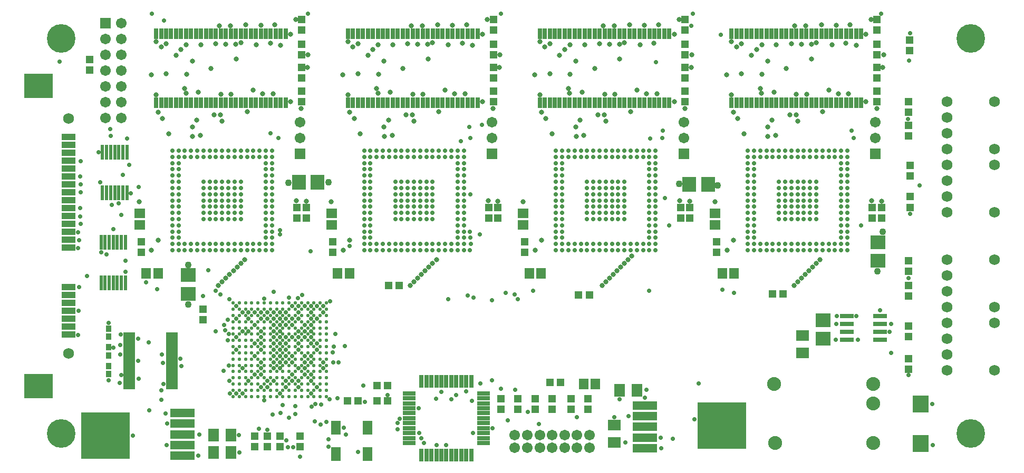
<source format=gts>
%FSLAX24Y24*%
%MOIN*%
G70*
G01*
G75*
G04 Layer_Color=8388736*
G04 Layer_Color=8388736*
%ADD10R,0.0394X0.0433*%
%ADD11C,0.0197*%
%ADD12C,0.0177*%
%ADD13R,0.0433X0.0394*%
%ADD14R,0.0669X0.0177*%
%ADD15R,0.0669X0.0177*%
%ADD16R,0.0197X0.0591*%
%ADD17R,0.0630X0.0512*%
%ADD18R,0.3000X0.2900*%
%ADD19R,0.1500X0.0500*%
%ADD20R,0.0630X0.0709*%
%ADD21R,0.0866X0.0787*%
%ADD22R,0.0787X0.0866*%
%ADD23R,0.0945X0.1024*%
%ADD24R,0.0709X0.0630*%
%ADD25R,0.0748X0.0197*%
%ADD26R,0.0197X0.0748*%
%ADD27R,0.0551X0.0787*%
%ADD28R,0.1732X0.1441*%
%ADD29R,0.0827X0.0354*%
%ADD30R,0.0827X0.0354*%
%ADD31R,0.0276X0.0354*%
%ADD32R,0.0512X0.0630*%
%ADD33R,0.0807X0.0236*%
%ADD34R,0.0157X0.0846*%
%ADD35C,0.0090*%
%ADD36C,0.0070*%
%ADD37C,0.0060*%
%ADD38C,0.0160*%
%ADD39C,0.0120*%
%ADD40C,0.0100*%
%ADD41C,0.0080*%
%ADD42C,0.0300*%
%ADD43C,0.0250*%
%ADD44R,0.0591X0.0591*%
%ADD45C,0.0591*%
%ADD46C,0.0800*%
%ADD47C,0.0600*%
%ADD48C,0.1732*%
%ADD49C,0.1732*%
%ADD50C,0.0200*%
%ADD51C,0.0400*%
%ADD52C,0.0212*%
%ADD53C,0.0240*%
%ADD54C,0.0350*%
%ADD55R,0.0354X0.0276*%
%ADD56C,0.0140*%
%ADD57C,0.0098*%
%ADD58C,0.0079*%
%ADD59C,0.0200*%
%ADD60C,0.0050*%
%ADD61R,0.0474X0.0513*%
%ADD62C,0.0277*%
%ADD63C,0.0217*%
%ADD64R,0.0513X0.0474*%
%ADD65R,0.0749X0.0257*%
%ADD66R,0.0749X0.0257*%
%ADD67R,0.0277X0.0671*%
%ADD68R,0.0710X0.0592*%
%ADD69R,0.3080X0.2980*%
%ADD70R,0.1580X0.0580*%
%ADD71R,0.0710X0.0789*%
%ADD72R,0.0946X0.0867*%
%ADD73R,0.0867X0.0946*%
%ADD74R,0.1025X0.1104*%
%ADD75R,0.0789X0.0710*%
%ADD76R,0.0828X0.0277*%
%ADD77R,0.0277X0.0828*%
%ADD78R,0.0631X0.0867*%
%ADD79R,0.1812X0.1521*%
%ADD80R,0.0907X0.0434*%
%ADD81R,0.0907X0.0434*%
%ADD82R,0.0356X0.0434*%
%ADD83R,0.0592X0.0710*%
%ADD84R,0.0887X0.0316*%
%ADD85R,0.0237X0.0926*%
%ADD86R,0.0671X0.0671*%
%ADD87C,0.0671*%
%ADD88C,0.0880*%
%ADD89C,0.0680*%
%ADD90C,0.1812*%
%ADD91C,0.1812*%
%ADD92C,0.0280*%
%ADD93C,0.0480*%
%ADD94C,0.0292*%
%ADD95C,0.0320*%
%ADD96C,0.0430*%
D61*
X76142Y57382D02*
D03*
Y56713D02*
D03*
X31457Y40374D02*
D03*
Y39705D02*
D03*
X24291Y55492D02*
D03*
Y56161D02*
D03*
X73780Y46122D02*
D03*
Y46791D02*
D03*
X74075Y53504D02*
D03*
Y54173D02*
D03*
Y54980D02*
D03*
Y55650D02*
D03*
Y56457D02*
D03*
Y57126D02*
D03*
Y58032D02*
D03*
Y58701D02*
D03*
X63937Y43957D02*
D03*
Y44626D02*
D03*
X74370Y46791D02*
D03*
Y46122D02*
D03*
X61654Y46122D02*
D03*
Y46791D02*
D03*
X61949Y53504D02*
D03*
Y54173D02*
D03*
Y54980D02*
D03*
Y55650D02*
D03*
Y56457D02*
D03*
Y57126D02*
D03*
Y58032D02*
D03*
Y58701D02*
D03*
X51811Y43957D02*
D03*
Y44626D02*
D03*
X62244Y46791D02*
D03*
Y46122D02*
D03*
X37402Y46122D02*
D03*
Y46791D02*
D03*
X37697Y53504D02*
D03*
Y54173D02*
D03*
Y54980D02*
D03*
Y55650D02*
D03*
Y56457D02*
D03*
Y57126D02*
D03*
Y58032D02*
D03*
Y58701D02*
D03*
X27559Y43957D02*
D03*
Y44626D02*
D03*
X37992Y46791D02*
D03*
Y46122D02*
D03*
X53543Y34685D02*
D03*
Y34016D02*
D03*
X54724Y34016D02*
D03*
Y34685D02*
D03*
X51378Y34685D02*
D03*
Y34016D02*
D03*
X52461Y34685D02*
D03*
Y34016D02*
D03*
X50295Y34016D02*
D03*
Y34685D02*
D03*
X55807Y34685D02*
D03*
Y34016D02*
D03*
X34744Y32323D02*
D03*
Y31654D02*
D03*
X35531Y32323D02*
D03*
Y31654D02*
D03*
X36319Y32323D02*
D03*
Y31654D02*
D03*
X37598Y32323D02*
D03*
Y31654D02*
D03*
X50118Y46122D02*
D03*
Y46791D02*
D03*
X39685Y44626D02*
D03*
Y43957D02*
D03*
X49823Y58701D02*
D03*
Y58032D02*
D03*
Y57126D02*
D03*
Y56457D02*
D03*
Y55650D02*
D03*
Y54980D02*
D03*
Y54173D02*
D03*
Y53504D02*
D03*
X49528Y46791D02*
D03*
Y46122D02*
D03*
X76083Y37244D02*
D03*
Y36575D02*
D03*
Y39311D02*
D03*
Y38642D02*
D03*
X76181Y47480D02*
D03*
Y46811D02*
D03*
Y49449D02*
D03*
Y48780D02*
D03*
X76083Y41870D02*
D03*
Y41201D02*
D03*
Y42776D02*
D03*
Y43445D02*
D03*
Y52008D02*
D03*
Y51339D02*
D03*
Y52815D02*
D03*
Y53484D02*
D03*
D62*
X35827Y44094D02*
D03*
X35433D02*
D03*
X35039D02*
D03*
X34646D02*
D03*
X34252D02*
D03*
X33858D02*
D03*
X33465D02*
D03*
X33071D02*
D03*
X32677D02*
D03*
X32283D02*
D03*
X31890D02*
D03*
X31496D02*
D03*
X31102D02*
D03*
X30709D02*
D03*
X30315D02*
D03*
X29921D02*
D03*
X29528D02*
D03*
X35827Y44488D02*
D03*
X35433D02*
D03*
X35039D02*
D03*
X34646D02*
D03*
X34252D02*
D03*
X33858D02*
D03*
X33465D02*
D03*
X33071D02*
D03*
X32677D02*
D03*
X32283D02*
D03*
X31890D02*
D03*
X31496D02*
D03*
X31102D02*
D03*
X30709D02*
D03*
X30315D02*
D03*
X29921D02*
D03*
X29528D02*
D03*
X35827Y44882D02*
D03*
X35433D02*
D03*
X29921D02*
D03*
X29528D02*
D03*
X35827Y45276D02*
D03*
X35433D02*
D03*
X29921D02*
D03*
X29528D02*
D03*
X35827Y45669D02*
D03*
X35433D02*
D03*
X29921D02*
D03*
X29528D02*
D03*
X35827Y46063D02*
D03*
X35433D02*
D03*
X29921D02*
D03*
X29528D02*
D03*
X35827Y46457D02*
D03*
X35433D02*
D03*
X29921D02*
D03*
X29528D02*
D03*
X35827Y46850D02*
D03*
X35433D02*
D03*
X29921D02*
D03*
X29528D02*
D03*
X35827Y47244D02*
D03*
X35433D02*
D03*
X29921D02*
D03*
X29528D02*
D03*
X35827Y47638D02*
D03*
X35433D02*
D03*
X29921D02*
D03*
X29528D02*
D03*
X35827Y48031D02*
D03*
X35433D02*
D03*
X29921D02*
D03*
X29528D02*
D03*
X35827Y48425D02*
D03*
X35433D02*
D03*
X29921D02*
D03*
X29528D02*
D03*
X35827Y48819D02*
D03*
X35433D02*
D03*
X29921D02*
D03*
X29528D02*
D03*
X35827Y49213D02*
D03*
X35433D02*
D03*
X29921D02*
D03*
X29528D02*
D03*
X35827Y49606D02*
D03*
X35433D02*
D03*
X29921D02*
D03*
X29528D02*
D03*
X35827Y50000D02*
D03*
X35433D02*
D03*
X35039D02*
D03*
X34646D02*
D03*
X34252D02*
D03*
X33858D02*
D03*
X33465D02*
D03*
X33071D02*
D03*
X32677D02*
D03*
X32283D02*
D03*
X31890D02*
D03*
X31496D02*
D03*
X31102D02*
D03*
X30709D02*
D03*
X30315D02*
D03*
X29921D02*
D03*
X29528D02*
D03*
X35827Y50394D02*
D03*
X35433D02*
D03*
X35039D02*
D03*
X34646D02*
D03*
X34252D02*
D03*
X33858D02*
D03*
X33465D02*
D03*
X33071D02*
D03*
X32677D02*
D03*
X32283D02*
D03*
X31890D02*
D03*
X31496D02*
D03*
X31102D02*
D03*
X30709D02*
D03*
X30315D02*
D03*
X29921D02*
D03*
X29528D02*
D03*
X31496Y48425D02*
D03*
X31890D02*
D03*
X32283D02*
D03*
X32677D02*
D03*
X33071D02*
D03*
X33465D02*
D03*
X33858D02*
D03*
X31496Y48031D02*
D03*
X31890D02*
D03*
X32283D02*
D03*
X32677D02*
D03*
X33071D02*
D03*
X33465D02*
D03*
X33858D02*
D03*
X31496Y47638D02*
D03*
X31890D02*
D03*
X32283D02*
D03*
X32677D02*
D03*
X33071D02*
D03*
X33465D02*
D03*
X33858D02*
D03*
X31496Y47244D02*
D03*
X31890D02*
D03*
X32283D02*
D03*
X32677D02*
D03*
X33071D02*
D03*
X33465D02*
D03*
X33858D02*
D03*
X31496Y46850D02*
D03*
X31890D02*
D03*
X32283D02*
D03*
X32677D02*
D03*
X33071D02*
D03*
X33465D02*
D03*
X33858D02*
D03*
X31496Y46457D02*
D03*
X31890D02*
D03*
X32283D02*
D03*
X32677D02*
D03*
X33071D02*
D03*
X33465D02*
D03*
X33858D02*
D03*
X31496Y46063D02*
D03*
X31890D02*
D03*
X32283D02*
D03*
X32677D02*
D03*
X33071D02*
D03*
X33465D02*
D03*
X33858D02*
D03*
X70236D02*
D03*
X69843D02*
D03*
X69449D02*
D03*
X69055D02*
D03*
X68661D02*
D03*
X68268D02*
D03*
X67874D02*
D03*
X70236Y46457D02*
D03*
X69843D02*
D03*
X69449D02*
D03*
X69055D02*
D03*
X68661D02*
D03*
X68268D02*
D03*
X67874D02*
D03*
X70236Y46850D02*
D03*
X69843D02*
D03*
X69449D02*
D03*
X69055D02*
D03*
X68661D02*
D03*
X68268D02*
D03*
X67874D02*
D03*
X70236Y47244D02*
D03*
X69843D02*
D03*
X69449D02*
D03*
X69055D02*
D03*
X68661D02*
D03*
X68268D02*
D03*
X67874D02*
D03*
X70236Y47638D02*
D03*
X69843D02*
D03*
X69449D02*
D03*
X69055D02*
D03*
X68661D02*
D03*
X68268D02*
D03*
X67874D02*
D03*
X70236Y48031D02*
D03*
X69843D02*
D03*
X69449D02*
D03*
X69055D02*
D03*
X68661D02*
D03*
X68268D02*
D03*
X67874D02*
D03*
X70236Y48425D02*
D03*
X69843D02*
D03*
X69449D02*
D03*
X69055D02*
D03*
X68661D02*
D03*
X68268D02*
D03*
X67874D02*
D03*
X65905Y50394D02*
D03*
X66299D02*
D03*
X66693D02*
D03*
X67087D02*
D03*
X67480D02*
D03*
X67874D02*
D03*
X68268D02*
D03*
X68661D02*
D03*
X69055D02*
D03*
X69449D02*
D03*
X69843D02*
D03*
X70236D02*
D03*
X70630D02*
D03*
X71024D02*
D03*
X71417D02*
D03*
X71811D02*
D03*
X72205D02*
D03*
X65905Y50000D02*
D03*
X66299D02*
D03*
X66693D02*
D03*
X67087D02*
D03*
X67480D02*
D03*
X67874D02*
D03*
X68268D02*
D03*
X68661D02*
D03*
X69055D02*
D03*
X69449D02*
D03*
X69843D02*
D03*
X70236D02*
D03*
X70630D02*
D03*
X71024D02*
D03*
X71417D02*
D03*
X71811D02*
D03*
X72205D02*
D03*
X65905Y49606D02*
D03*
X66299D02*
D03*
X71811D02*
D03*
X72205D02*
D03*
X65905Y49213D02*
D03*
X66299D02*
D03*
X71811D02*
D03*
X72205D02*
D03*
X65905Y48819D02*
D03*
X66299D02*
D03*
X71811D02*
D03*
X72205D02*
D03*
X65905Y48425D02*
D03*
X66299D02*
D03*
X71811D02*
D03*
X72205D02*
D03*
X65905Y48031D02*
D03*
X66299D02*
D03*
X71811D02*
D03*
X72205D02*
D03*
X65905Y47638D02*
D03*
X66299D02*
D03*
X71811D02*
D03*
X72205D02*
D03*
X65905Y47244D02*
D03*
X66299D02*
D03*
X71811D02*
D03*
X72205D02*
D03*
X65905Y46850D02*
D03*
X66299D02*
D03*
X71811D02*
D03*
X72205D02*
D03*
X65905Y46457D02*
D03*
X66299D02*
D03*
X71811D02*
D03*
X72205D02*
D03*
X65905Y46063D02*
D03*
X66299D02*
D03*
X71811D02*
D03*
X72205D02*
D03*
X65905Y45669D02*
D03*
X66299D02*
D03*
X71811D02*
D03*
X72205D02*
D03*
X65905Y45276D02*
D03*
X66299D02*
D03*
X71811D02*
D03*
X72205D02*
D03*
X65905Y44882D02*
D03*
X66299D02*
D03*
X71811D02*
D03*
X72205D02*
D03*
X65905Y44488D02*
D03*
X66299D02*
D03*
X66693D02*
D03*
X67087D02*
D03*
X67480D02*
D03*
X67874D02*
D03*
X68268D02*
D03*
X68661D02*
D03*
X69055D02*
D03*
X69449D02*
D03*
X69843D02*
D03*
X70236D02*
D03*
X70630D02*
D03*
X71024D02*
D03*
X71417D02*
D03*
X71811D02*
D03*
X72205D02*
D03*
X65905Y44094D02*
D03*
X66299D02*
D03*
X66693D02*
D03*
X67087D02*
D03*
X67480D02*
D03*
X67874D02*
D03*
X68268D02*
D03*
X68661D02*
D03*
X69055D02*
D03*
X69449D02*
D03*
X69843D02*
D03*
X70236D02*
D03*
X70630D02*
D03*
X71024D02*
D03*
X71417D02*
D03*
X71811D02*
D03*
X72205D02*
D03*
X58110Y46063D02*
D03*
X57717D02*
D03*
X57323D02*
D03*
X56929D02*
D03*
X56535D02*
D03*
X56142D02*
D03*
X55748D02*
D03*
X58110Y46457D02*
D03*
X57717D02*
D03*
X57323D02*
D03*
X56929D02*
D03*
X56535D02*
D03*
X56142D02*
D03*
X55748D02*
D03*
X58110Y46850D02*
D03*
X57717D02*
D03*
X57323D02*
D03*
X56929D02*
D03*
X56535D02*
D03*
X56142D02*
D03*
X55748D02*
D03*
X58110Y47244D02*
D03*
X57717D02*
D03*
X57323D02*
D03*
X56929D02*
D03*
X56535D02*
D03*
X56142D02*
D03*
X55748D02*
D03*
X58110Y47638D02*
D03*
X57717D02*
D03*
X57323D02*
D03*
X56929D02*
D03*
X56535D02*
D03*
X56142D02*
D03*
X55748D02*
D03*
X58110Y48031D02*
D03*
X57717D02*
D03*
X57323D02*
D03*
X56929D02*
D03*
X56535D02*
D03*
X56142D02*
D03*
X55748D02*
D03*
X58110Y48425D02*
D03*
X57717D02*
D03*
X57323D02*
D03*
X56929D02*
D03*
X56535D02*
D03*
X56142D02*
D03*
X55748D02*
D03*
X53780Y50394D02*
D03*
X54173D02*
D03*
X54567D02*
D03*
X54961D02*
D03*
X55354D02*
D03*
X55748D02*
D03*
X56142D02*
D03*
X56535D02*
D03*
X56929D02*
D03*
X57323D02*
D03*
X57717D02*
D03*
X58110D02*
D03*
X58504D02*
D03*
X58898D02*
D03*
X59291D02*
D03*
X59685D02*
D03*
X60079D02*
D03*
X53780Y50000D02*
D03*
X54173D02*
D03*
X54567D02*
D03*
X54961D02*
D03*
X55354D02*
D03*
X55748D02*
D03*
X56142D02*
D03*
X56535D02*
D03*
X56929D02*
D03*
X57323D02*
D03*
X57717D02*
D03*
X58110D02*
D03*
X58504D02*
D03*
X58898D02*
D03*
X59291D02*
D03*
X59685D02*
D03*
X60079D02*
D03*
X53780Y49606D02*
D03*
X54173D02*
D03*
X59685D02*
D03*
X60079D02*
D03*
X53780Y49213D02*
D03*
X54173D02*
D03*
X59685D02*
D03*
X60079D02*
D03*
X53780Y48819D02*
D03*
X54173D02*
D03*
X59685D02*
D03*
X60079D02*
D03*
X53780Y48425D02*
D03*
X54173D02*
D03*
X59685D02*
D03*
X60079D02*
D03*
X53780Y48031D02*
D03*
X54173D02*
D03*
X59685D02*
D03*
X60079D02*
D03*
X53780Y47638D02*
D03*
X54173D02*
D03*
X59685D02*
D03*
X60079D02*
D03*
X53780Y47244D02*
D03*
X54173D02*
D03*
X59685D02*
D03*
X60079D02*
D03*
X53780Y46850D02*
D03*
X54173D02*
D03*
X59685D02*
D03*
X60079D02*
D03*
X53780Y46457D02*
D03*
X54173D02*
D03*
X59685D02*
D03*
X60079D02*
D03*
X53780Y46063D02*
D03*
X54173D02*
D03*
X59685D02*
D03*
X60079D02*
D03*
X53780Y45669D02*
D03*
X54173D02*
D03*
X59685D02*
D03*
X60079D02*
D03*
X53780Y45276D02*
D03*
X54173D02*
D03*
X59685D02*
D03*
X60079D02*
D03*
X53780Y44882D02*
D03*
X54173D02*
D03*
X59685D02*
D03*
X60079D02*
D03*
X53780Y44488D02*
D03*
X54173D02*
D03*
X54567D02*
D03*
X54961D02*
D03*
X55354D02*
D03*
X55748D02*
D03*
X56142D02*
D03*
X56535D02*
D03*
X56929D02*
D03*
X57323D02*
D03*
X57717D02*
D03*
X58110D02*
D03*
X58504D02*
D03*
X58898D02*
D03*
X59291D02*
D03*
X59685D02*
D03*
X60079D02*
D03*
X53780Y44094D02*
D03*
X54173D02*
D03*
X54567D02*
D03*
X54961D02*
D03*
X55354D02*
D03*
X55748D02*
D03*
X56142D02*
D03*
X56535D02*
D03*
X56929D02*
D03*
X57323D02*
D03*
X57717D02*
D03*
X58110D02*
D03*
X58504D02*
D03*
X58898D02*
D03*
X59291D02*
D03*
X59685D02*
D03*
X60079D02*
D03*
X47953D02*
D03*
X47559D02*
D03*
X47165D02*
D03*
X46772D02*
D03*
X46378D02*
D03*
X45984D02*
D03*
X45591D02*
D03*
X45197D02*
D03*
X44803D02*
D03*
X44409D02*
D03*
X44016D02*
D03*
X43622D02*
D03*
X43228D02*
D03*
X42835D02*
D03*
X42441D02*
D03*
X42047D02*
D03*
X41654D02*
D03*
X47953Y44488D02*
D03*
X47559D02*
D03*
X47165D02*
D03*
X46772D02*
D03*
X46378D02*
D03*
X45984D02*
D03*
X45591D02*
D03*
X45197D02*
D03*
X44803D02*
D03*
X44409D02*
D03*
X44016D02*
D03*
X43622D02*
D03*
X43228D02*
D03*
X42835D02*
D03*
X42441D02*
D03*
X42047D02*
D03*
X41654D02*
D03*
X47953Y44882D02*
D03*
X47559D02*
D03*
X42047D02*
D03*
X41654D02*
D03*
X47953Y45276D02*
D03*
X47559D02*
D03*
X42047D02*
D03*
X41654D02*
D03*
X47953Y45669D02*
D03*
X47559D02*
D03*
X42047D02*
D03*
X41654D02*
D03*
X47953Y46063D02*
D03*
X47559D02*
D03*
X42047D02*
D03*
X41654D02*
D03*
X47953Y46457D02*
D03*
X47559D02*
D03*
X42047D02*
D03*
X41654D02*
D03*
X47953Y46850D02*
D03*
X47559D02*
D03*
X42047D02*
D03*
X41654D02*
D03*
X47953Y47244D02*
D03*
X47559D02*
D03*
X42047D02*
D03*
X41654D02*
D03*
X47953Y47638D02*
D03*
X47559D02*
D03*
X42047D02*
D03*
X41654D02*
D03*
X47953Y48031D02*
D03*
X47559D02*
D03*
X42047D02*
D03*
X41654D02*
D03*
X47953Y48425D02*
D03*
X47559D02*
D03*
X42047D02*
D03*
X41654D02*
D03*
X47953Y48819D02*
D03*
X47559D02*
D03*
X42047D02*
D03*
X41654D02*
D03*
X47953Y49213D02*
D03*
X47559D02*
D03*
X42047D02*
D03*
X41654D02*
D03*
X47953Y49606D02*
D03*
X47559D02*
D03*
X42047D02*
D03*
X41654D02*
D03*
X47953Y50000D02*
D03*
X47559D02*
D03*
X47165D02*
D03*
X46772D02*
D03*
X46378D02*
D03*
X45984D02*
D03*
X45591D02*
D03*
X45197D02*
D03*
X44803D02*
D03*
X44409D02*
D03*
X44016D02*
D03*
X43622D02*
D03*
X43228D02*
D03*
X42835D02*
D03*
X42441D02*
D03*
X42047D02*
D03*
X41654D02*
D03*
X47953Y50394D02*
D03*
X47559D02*
D03*
X47165D02*
D03*
X46772D02*
D03*
X46378D02*
D03*
X45984D02*
D03*
X45591D02*
D03*
X45197D02*
D03*
X44803D02*
D03*
X44409D02*
D03*
X44016D02*
D03*
X43622D02*
D03*
X43228D02*
D03*
X42835D02*
D03*
X42441D02*
D03*
X42047D02*
D03*
X41654D02*
D03*
X43622Y48425D02*
D03*
X44016D02*
D03*
X44409D02*
D03*
X44803D02*
D03*
X45197D02*
D03*
X45591D02*
D03*
X45984D02*
D03*
X43622Y48031D02*
D03*
X44016D02*
D03*
X44409D02*
D03*
X44803D02*
D03*
X45197D02*
D03*
X45591D02*
D03*
X45984D02*
D03*
X43622Y47638D02*
D03*
X44016D02*
D03*
X44409D02*
D03*
X44803D02*
D03*
X45197D02*
D03*
X45591D02*
D03*
X45984D02*
D03*
X43622Y47244D02*
D03*
X44016D02*
D03*
X44409D02*
D03*
X44803D02*
D03*
X45197D02*
D03*
X45591D02*
D03*
X45984D02*
D03*
X43622Y46850D02*
D03*
X44016D02*
D03*
X44409D02*
D03*
X44803D02*
D03*
X45197D02*
D03*
X45591D02*
D03*
X45984D02*
D03*
X43622Y46457D02*
D03*
X44016D02*
D03*
X44409D02*
D03*
X44803D02*
D03*
X45197D02*
D03*
X45591D02*
D03*
X45984D02*
D03*
X43622Y46063D02*
D03*
X44016D02*
D03*
X44409D02*
D03*
X44803D02*
D03*
X45197D02*
D03*
X45591D02*
D03*
X45984D02*
D03*
D63*
X33366Y40748D02*
D03*
Y40354D02*
D03*
Y39961D02*
D03*
Y39567D02*
D03*
Y39173D02*
D03*
Y38780D02*
D03*
Y38386D02*
D03*
Y37992D02*
D03*
Y37598D02*
D03*
Y37205D02*
D03*
Y36811D02*
D03*
Y36417D02*
D03*
Y36024D02*
D03*
Y35630D02*
D03*
Y35236D02*
D03*
Y34843D02*
D03*
X33760Y40748D02*
D03*
Y40354D02*
D03*
Y39961D02*
D03*
Y39567D02*
D03*
Y39173D02*
D03*
Y38780D02*
D03*
Y38386D02*
D03*
Y37992D02*
D03*
Y37598D02*
D03*
Y37205D02*
D03*
Y36811D02*
D03*
Y36417D02*
D03*
Y36024D02*
D03*
Y35630D02*
D03*
Y35236D02*
D03*
Y34843D02*
D03*
X34154Y40748D02*
D03*
Y40354D02*
D03*
Y39961D02*
D03*
Y39567D02*
D03*
Y39173D02*
D03*
Y38780D02*
D03*
Y38386D02*
D03*
Y37992D02*
D03*
Y37598D02*
D03*
Y37205D02*
D03*
Y36811D02*
D03*
Y36417D02*
D03*
Y36024D02*
D03*
Y35630D02*
D03*
Y35236D02*
D03*
Y34843D02*
D03*
X34547Y40748D02*
D03*
Y40354D02*
D03*
Y39961D02*
D03*
Y39567D02*
D03*
Y39173D02*
D03*
Y38780D02*
D03*
Y38386D02*
D03*
Y37992D02*
D03*
Y37598D02*
D03*
Y37205D02*
D03*
Y36811D02*
D03*
Y36417D02*
D03*
Y36024D02*
D03*
Y35630D02*
D03*
Y35236D02*
D03*
Y34843D02*
D03*
X34941Y40748D02*
D03*
Y40354D02*
D03*
Y39961D02*
D03*
Y39567D02*
D03*
Y39173D02*
D03*
Y38780D02*
D03*
Y38386D02*
D03*
Y37992D02*
D03*
Y37598D02*
D03*
Y37205D02*
D03*
Y36811D02*
D03*
Y36417D02*
D03*
Y36024D02*
D03*
Y35630D02*
D03*
Y35236D02*
D03*
Y34843D02*
D03*
X35335Y40748D02*
D03*
Y40354D02*
D03*
Y39961D02*
D03*
Y39567D02*
D03*
Y39173D02*
D03*
Y38780D02*
D03*
Y38386D02*
D03*
Y37992D02*
D03*
Y37598D02*
D03*
Y37205D02*
D03*
Y36811D02*
D03*
Y36417D02*
D03*
Y36024D02*
D03*
Y35630D02*
D03*
Y35236D02*
D03*
Y34843D02*
D03*
X35728Y40748D02*
D03*
Y40354D02*
D03*
Y39961D02*
D03*
Y39567D02*
D03*
Y39173D02*
D03*
Y38780D02*
D03*
Y38386D02*
D03*
Y37992D02*
D03*
Y37598D02*
D03*
Y37205D02*
D03*
Y36811D02*
D03*
Y36417D02*
D03*
Y36024D02*
D03*
Y35630D02*
D03*
Y35236D02*
D03*
Y34843D02*
D03*
X36122Y40748D02*
D03*
Y40354D02*
D03*
Y39961D02*
D03*
Y39567D02*
D03*
Y39173D02*
D03*
Y38780D02*
D03*
Y38386D02*
D03*
Y37992D02*
D03*
Y37598D02*
D03*
Y37205D02*
D03*
Y36811D02*
D03*
Y36417D02*
D03*
Y36024D02*
D03*
Y35630D02*
D03*
Y35236D02*
D03*
Y34843D02*
D03*
X36516Y40748D02*
D03*
Y40354D02*
D03*
Y39961D02*
D03*
Y39567D02*
D03*
Y39173D02*
D03*
Y38780D02*
D03*
Y38386D02*
D03*
Y37992D02*
D03*
Y37598D02*
D03*
Y37205D02*
D03*
Y36811D02*
D03*
Y36417D02*
D03*
Y36024D02*
D03*
Y35630D02*
D03*
Y35236D02*
D03*
Y34843D02*
D03*
X36909Y40748D02*
D03*
Y40354D02*
D03*
Y39961D02*
D03*
Y39567D02*
D03*
Y39173D02*
D03*
Y38780D02*
D03*
Y38386D02*
D03*
Y37992D02*
D03*
Y37598D02*
D03*
Y37205D02*
D03*
Y36811D02*
D03*
Y36417D02*
D03*
Y36024D02*
D03*
Y35630D02*
D03*
Y35236D02*
D03*
Y34843D02*
D03*
X37303Y40748D02*
D03*
Y40354D02*
D03*
Y39961D02*
D03*
Y39567D02*
D03*
Y39173D02*
D03*
Y38780D02*
D03*
Y38386D02*
D03*
Y37992D02*
D03*
Y37598D02*
D03*
Y37205D02*
D03*
Y36811D02*
D03*
Y36417D02*
D03*
Y36024D02*
D03*
Y35630D02*
D03*
Y35236D02*
D03*
Y34843D02*
D03*
X37697Y40748D02*
D03*
Y40354D02*
D03*
Y39961D02*
D03*
Y39567D02*
D03*
Y39173D02*
D03*
Y38780D02*
D03*
Y38386D02*
D03*
Y37992D02*
D03*
Y37598D02*
D03*
Y37205D02*
D03*
Y36811D02*
D03*
Y36417D02*
D03*
Y36024D02*
D03*
Y35630D02*
D03*
Y35236D02*
D03*
Y34843D02*
D03*
X38091Y40748D02*
D03*
Y40354D02*
D03*
Y39961D02*
D03*
Y39567D02*
D03*
Y39173D02*
D03*
Y38780D02*
D03*
Y38386D02*
D03*
Y37992D02*
D03*
Y37598D02*
D03*
Y37205D02*
D03*
Y36811D02*
D03*
Y36417D02*
D03*
Y36024D02*
D03*
Y35630D02*
D03*
Y35236D02*
D03*
Y34843D02*
D03*
X38484Y40748D02*
D03*
Y40354D02*
D03*
Y39961D02*
D03*
Y39567D02*
D03*
Y39173D02*
D03*
Y38780D02*
D03*
Y38386D02*
D03*
Y37992D02*
D03*
Y37598D02*
D03*
Y37205D02*
D03*
Y36811D02*
D03*
Y36417D02*
D03*
Y36024D02*
D03*
Y35630D02*
D03*
Y35236D02*
D03*
Y34843D02*
D03*
X38878Y40748D02*
D03*
Y40354D02*
D03*
Y39961D02*
D03*
Y39567D02*
D03*
Y39173D02*
D03*
Y38780D02*
D03*
Y38386D02*
D03*
Y37992D02*
D03*
Y37598D02*
D03*
Y37205D02*
D03*
Y36811D02*
D03*
Y36417D02*
D03*
Y36024D02*
D03*
Y35630D02*
D03*
Y35236D02*
D03*
Y34843D02*
D03*
X39272Y40748D02*
D03*
Y40354D02*
D03*
Y39961D02*
D03*
Y39567D02*
D03*
Y39173D02*
D03*
Y38780D02*
D03*
Y38386D02*
D03*
Y37992D02*
D03*
Y37598D02*
D03*
Y37205D02*
D03*
Y36811D02*
D03*
Y36417D02*
D03*
Y36024D02*
D03*
Y35630D02*
D03*
Y35236D02*
D03*
Y34843D02*
D03*
D64*
X67461Y41339D02*
D03*
X68130D02*
D03*
X55217Y41260D02*
D03*
X55886D02*
D03*
X43209Y41850D02*
D03*
X43878D02*
D03*
X42480Y35531D02*
D03*
X43150D02*
D03*
X42480Y34547D02*
D03*
X43150D02*
D03*
X40610D02*
D03*
X41280D02*
D03*
X54075Y35728D02*
D03*
X53406D02*
D03*
D65*
X26811Y36467D02*
D03*
Y38514D02*
D03*
Y38258D02*
D03*
Y38002D02*
D03*
Y37746D02*
D03*
Y37490D02*
D03*
Y37234D02*
D03*
Y36978D02*
D03*
Y36722D02*
D03*
Y36211D02*
D03*
Y35955D02*
D03*
Y35699D02*
D03*
Y35443D02*
D03*
X29488Y38770D02*
D03*
Y38514D02*
D03*
Y38258D02*
D03*
Y38002D02*
D03*
Y37746D02*
D03*
Y37490D02*
D03*
Y37234D02*
D03*
Y36978D02*
D03*
Y36722D02*
D03*
Y36467D02*
D03*
Y36211D02*
D03*
Y35955D02*
D03*
Y35699D02*
D03*
Y35443D02*
D03*
D66*
X26811Y38770D02*
D03*
D67*
X30080Y57785D02*
D03*
X28506Y53415D02*
D03*
X28820D02*
D03*
X29135D02*
D03*
X29450D02*
D03*
X29765D02*
D03*
X30080D02*
D03*
X30395D02*
D03*
X30710D02*
D03*
X31025D02*
D03*
X31340D02*
D03*
X31655D02*
D03*
X31970D02*
D03*
X32285D02*
D03*
X32600D02*
D03*
X32915D02*
D03*
X33230D02*
D03*
X33545D02*
D03*
X33860D02*
D03*
X34175D02*
D03*
X34490D02*
D03*
X34805D02*
D03*
X35120D02*
D03*
X35435D02*
D03*
X35750D02*
D03*
X36065D02*
D03*
X36380D02*
D03*
X36694D02*
D03*
X28506Y57785D02*
D03*
X28820D02*
D03*
X29135D02*
D03*
X29450D02*
D03*
X29765D02*
D03*
X30395D02*
D03*
X30710D02*
D03*
X31025D02*
D03*
X31340D02*
D03*
X31655D02*
D03*
X31970D02*
D03*
X32285D02*
D03*
X32600D02*
D03*
X32915D02*
D03*
X33230D02*
D03*
X33545D02*
D03*
X33860D02*
D03*
X34175D02*
D03*
X34490D02*
D03*
X34805D02*
D03*
X35120D02*
D03*
X35435D02*
D03*
X35750D02*
D03*
X36065D02*
D03*
X36380D02*
D03*
X36694D02*
D03*
X73072D02*
D03*
X72757D02*
D03*
X72443D02*
D03*
X72128D02*
D03*
X71813D02*
D03*
X71498D02*
D03*
X71183D02*
D03*
X70868D02*
D03*
X70553D02*
D03*
X70238D02*
D03*
X69923D02*
D03*
X69608D02*
D03*
X69293D02*
D03*
X68978D02*
D03*
X68663D02*
D03*
X68348D02*
D03*
X68033D02*
D03*
X67718D02*
D03*
X67403D02*
D03*
X67088D02*
D03*
X66773D02*
D03*
X66458D02*
D03*
X66143D02*
D03*
X65828D02*
D03*
X65513D02*
D03*
X65198D02*
D03*
X64883D02*
D03*
X73072Y53415D02*
D03*
X72757D02*
D03*
X72443D02*
D03*
X72128D02*
D03*
X71813D02*
D03*
X71498D02*
D03*
X71183D02*
D03*
X70868D02*
D03*
X70553D02*
D03*
X70238D02*
D03*
X69923D02*
D03*
X69608D02*
D03*
X69293D02*
D03*
X68978D02*
D03*
X68663D02*
D03*
X68348D02*
D03*
X68033D02*
D03*
X67718D02*
D03*
X67403D02*
D03*
X67088D02*
D03*
X66773D02*
D03*
X66458D02*
D03*
X66143D02*
D03*
X65828D02*
D03*
X65513D02*
D03*
X65198D02*
D03*
X64883D02*
D03*
X60946Y57785D02*
D03*
X60631D02*
D03*
X60317D02*
D03*
X60002D02*
D03*
X59687D02*
D03*
X59372D02*
D03*
X59057D02*
D03*
X58742D02*
D03*
X58427D02*
D03*
X58112D02*
D03*
X57797D02*
D03*
X57482D02*
D03*
X57167D02*
D03*
X56852D02*
D03*
X56537D02*
D03*
X56222D02*
D03*
X55907D02*
D03*
X55592D02*
D03*
X55277D02*
D03*
X54962D02*
D03*
X54647D02*
D03*
X54332D02*
D03*
X54017D02*
D03*
X53702D02*
D03*
X53387D02*
D03*
X53072D02*
D03*
X52757D02*
D03*
X60946Y53415D02*
D03*
X60631D02*
D03*
X60317D02*
D03*
X60002D02*
D03*
X59687D02*
D03*
X59372D02*
D03*
X59057D02*
D03*
X58742D02*
D03*
X58427D02*
D03*
X58112D02*
D03*
X57797D02*
D03*
X57482D02*
D03*
X57167D02*
D03*
X56852D02*
D03*
X56537D02*
D03*
X56222D02*
D03*
X55907D02*
D03*
X55592D02*
D03*
X55277D02*
D03*
X54962D02*
D03*
X54647D02*
D03*
X54332D02*
D03*
X54017D02*
D03*
X53702D02*
D03*
X53387D02*
D03*
X53072D02*
D03*
X52757D02*
D03*
X40631D02*
D03*
X40946D02*
D03*
X41261D02*
D03*
X41576D02*
D03*
X41891D02*
D03*
X42206D02*
D03*
X42521D02*
D03*
X42836D02*
D03*
X43151D02*
D03*
X43466D02*
D03*
X43781D02*
D03*
X44096D02*
D03*
X44411D02*
D03*
X44726D02*
D03*
X45041D02*
D03*
X45356D02*
D03*
X45671D02*
D03*
X45986D02*
D03*
X46301D02*
D03*
X46616D02*
D03*
X46931D02*
D03*
X47246D02*
D03*
X47561D02*
D03*
X47876D02*
D03*
X48191D02*
D03*
X48506D02*
D03*
X48820D02*
D03*
X40631Y57785D02*
D03*
X40946D02*
D03*
X41261D02*
D03*
X41576D02*
D03*
X41891D02*
D03*
X42206D02*
D03*
X42521D02*
D03*
X42836D02*
D03*
X43151D02*
D03*
X43466D02*
D03*
X43781D02*
D03*
X44096D02*
D03*
X44411D02*
D03*
X44726D02*
D03*
X45041D02*
D03*
X45356D02*
D03*
X45671D02*
D03*
X45986D02*
D03*
X46301D02*
D03*
X46616D02*
D03*
X46931D02*
D03*
X47246D02*
D03*
X47561D02*
D03*
X47876D02*
D03*
X48191D02*
D03*
X48506D02*
D03*
X48820D02*
D03*
D68*
X63839Y45689D02*
D03*
Y46437D02*
D03*
X51713Y45689D02*
D03*
Y46437D02*
D03*
X27461Y45689D02*
D03*
Y46437D02*
D03*
X39587D02*
D03*
Y45689D02*
D03*
D69*
X64254Y33002D02*
D03*
X25313Y32352D02*
D03*
D70*
X59404Y31572D02*
D03*
Y32242D02*
D03*
Y32912D02*
D03*
Y33582D02*
D03*
Y34252D02*
D03*
X30163Y33782D02*
D03*
Y33112D02*
D03*
Y32442D02*
D03*
Y31772D02*
D03*
Y31102D02*
D03*
D71*
X58917Y35236D02*
D03*
X57815D02*
D03*
X32126Y32382D02*
D03*
X33228D02*
D03*
X32126Y31299D02*
D03*
X33228D02*
D03*
D72*
X74134Y44606D02*
D03*
Y43425D02*
D03*
X30551Y42520D02*
D03*
Y41339D02*
D03*
X70669Y39665D02*
D03*
Y38484D02*
D03*
D73*
X63386Y48268D02*
D03*
X62205D02*
D03*
X37520Y48386D02*
D03*
X38701D02*
D03*
D74*
X76850Y34370D02*
D03*
Y31850D02*
D03*
D75*
X69370Y38701D02*
D03*
Y37598D02*
D03*
X57480Y33031D02*
D03*
Y31929D02*
D03*
D76*
X44508Y35039D02*
D03*
Y34724D02*
D03*
Y34409D02*
D03*
Y34094D02*
D03*
Y33780D02*
D03*
Y33465D02*
D03*
Y33150D02*
D03*
Y32835D02*
D03*
Y32520D02*
D03*
Y32205D02*
D03*
Y31890D02*
D03*
X49193Y35039D02*
D03*
Y34724D02*
D03*
Y34409D02*
D03*
Y34094D02*
D03*
Y33780D02*
D03*
Y33465D02*
D03*
Y33150D02*
D03*
Y32835D02*
D03*
Y32520D02*
D03*
Y32205D02*
D03*
Y31890D02*
D03*
D77*
X45276Y31122D02*
D03*
X45591D02*
D03*
X45906D02*
D03*
X46220D02*
D03*
X46535D02*
D03*
X46850D02*
D03*
X47165D02*
D03*
X47480D02*
D03*
X47795D02*
D03*
X48110D02*
D03*
X48425D02*
D03*
X45276Y35807D02*
D03*
X45591D02*
D03*
X45906D02*
D03*
X46220D02*
D03*
X46535D02*
D03*
X46850D02*
D03*
X47165D02*
D03*
X47480D02*
D03*
X47795D02*
D03*
X48110D02*
D03*
X48425D02*
D03*
D78*
X39862Y32854D02*
D03*
X41862D02*
D03*
Y31201D02*
D03*
X39862D02*
D03*
D79*
X21083Y35492D02*
D03*
Y54508D02*
D03*
D80*
X22972Y38750D02*
D03*
Y39250D02*
D03*
Y39750D02*
D03*
Y40250D02*
D03*
Y40750D02*
D03*
Y41250D02*
D03*
Y41750D02*
D03*
D81*
Y51250D02*
D03*
Y50750D02*
D03*
Y50250D02*
D03*
Y49750D02*
D03*
Y49250D02*
D03*
Y48750D02*
D03*
Y48250D02*
D03*
Y47750D02*
D03*
Y47250D02*
D03*
Y46750D02*
D03*
Y46250D02*
D03*
Y45750D02*
D03*
Y45250D02*
D03*
Y44750D02*
D03*
Y44250D02*
D03*
D82*
X25492Y36772D02*
D03*
Y36260D02*
D03*
Y37441D02*
D03*
Y37953D02*
D03*
Y38622D02*
D03*
Y39134D02*
D03*
D83*
X28622Y42618D02*
D03*
X27874D02*
D03*
X65039D02*
D03*
X64291D02*
D03*
X52835D02*
D03*
X52087D02*
D03*
X40728D02*
D03*
X39980D02*
D03*
X56280Y35630D02*
D03*
X55532D02*
D03*
D84*
X72175Y39923D02*
D03*
Y39423D02*
D03*
Y38923D02*
D03*
Y38423D02*
D03*
X74282Y39923D02*
D03*
Y39423D02*
D03*
Y38923D02*
D03*
Y38423D02*
D03*
D85*
X25118Y47726D02*
D03*
X25374D02*
D03*
X25630D02*
D03*
X25886D02*
D03*
X26142D02*
D03*
X26398D02*
D03*
X26654D02*
D03*
X25118Y50305D02*
D03*
X25374D02*
D03*
X25630D02*
D03*
X25886D02*
D03*
X26142D02*
D03*
X26398D02*
D03*
X26654D02*
D03*
X25020Y42018D02*
D03*
X25276D02*
D03*
X25531D02*
D03*
X25787D02*
D03*
X26043D02*
D03*
X26299D02*
D03*
X26555D02*
D03*
X25020Y44596D02*
D03*
X25276D02*
D03*
X25531D02*
D03*
X25787D02*
D03*
X26043D02*
D03*
X26299D02*
D03*
X26555D02*
D03*
D86*
X73978Y50200D02*
D03*
X61852D02*
D03*
X37600D02*
D03*
X49726D02*
D03*
X25295Y58465D02*
D03*
D87*
X73978Y51200D02*
D03*
Y52200D02*
D03*
X61852Y51200D02*
D03*
Y52200D02*
D03*
X37600Y51200D02*
D03*
Y52200D02*
D03*
X55906Y32382D02*
D03*
Y31594D02*
D03*
X55118Y32382D02*
D03*
Y31594D02*
D03*
X54331Y32382D02*
D03*
Y31594D02*
D03*
X53543Y32382D02*
D03*
Y31594D02*
D03*
X52756Y32382D02*
D03*
Y31594D02*
D03*
X51968Y32382D02*
D03*
Y31594D02*
D03*
X51181Y32382D02*
D03*
Y31594D02*
D03*
X49726Y52200D02*
D03*
Y51200D02*
D03*
X26295Y58465D02*
D03*
X25295Y57465D02*
D03*
X26295D02*
D03*
X25295Y56465D02*
D03*
X26295D02*
D03*
X25295Y55465D02*
D03*
X26295D02*
D03*
X25295Y54465D02*
D03*
X26295D02*
D03*
X25295Y53465D02*
D03*
X26295D02*
D03*
X25295Y52465D02*
D03*
X26295D02*
D03*
D88*
X73819Y31890D02*
D03*
Y34390D02*
D03*
Y35640D02*
D03*
X67569D02*
D03*
X67619Y31890D02*
D03*
D89*
X22972Y37573D02*
D03*
Y52427D02*
D03*
X81500Y36500D02*
D03*
Y39500D02*
D03*
X78500Y36500D02*
D03*
Y37500D02*
D03*
Y39500D02*
D03*
Y38500D02*
D03*
X81500Y46500D02*
D03*
Y49500D02*
D03*
X78500Y46500D02*
D03*
Y47500D02*
D03*
Y49500D02*
D03*
Y48500D02*
D03*
X81500Y40500D02*
D03*
Y43500D02*
D03*
X78500Y40500D02*
D03*
Y41500D02*
D03*
Y43500D02*
D03*
Y42500D02*
D03*
X81500Y50500D02*
D03*
Y53500D02*
D03*
X78500Y50500D02*
D03*
Y51500D02*
D03*
Y53500D02*
D03*
Y52500D02*
D03*
D90*
X80000Y32500D02*
D03*
D91*
Y57500D02*
D03*
X22500Y32500D02*
D03*
Y57500D02*
D03*
D92*
X22402Y56043D02*
D03*
X31811Y42835D02*
D03*
X31457Y41201D02*
D03*
X23740Y49744D02*
D03*
X23711Y48750D02*
D03*
X23719Y48250D02*
D03*
X23720Y47776D02*
D03*
X23740Y45748D02*
D03*
X23701Y46240D02*
D03*
Y46772D02*
D03*
X23583Y45236D02*
D03*
X23622Y44744D02*
D03*
X23583Y44232D02*
D03*
X23624Y41750D02*
D03*
X23589Y40250D02*
D03*
X23563Y38740D02*
D03*
X28041Y38258D02*
D03*
X28976Y35630D02*
D03*
X28839Y35236D02*
D03*
X28868Y37490D02*
D03*
X30049Y37234D02*
D03*
X28927Y36978D02*
D03*
X30118Y36752D02*
D03*
X26280Y38760D02*
D03*
X27362Y38504D02*
D03*
X26220Y38091D02*
D03*
X27382Y37106D02*
D03*
X26289Y36211D02*
D03*
X27392Y35955D02*
D03*
X26201Y35689D02*
D03*
X25807Y37933D02*
D03*
X26250Y37490D02*
D03*
X25492Y35866D02*
D03*
Y39488D02*
D03*
X36339Y45374D02*
D03*
X32874Y39035D02*
D03*
X32795Y39370D02*
D03*
X36909Y41083D02*
D03*
X37461Y41063D02*
D03*
X37736Y41260D02*
D03*
X48366Y47638D02*
D03*
X48346Y45276D02*
D03*
X48366Y44882D02*
D03*
X48386Y44488D02*
D03*
X48346Y44094D02*
D03*
X60669Y47382D02*
D03*
X40433Y38012D02*
D03*
X39744Y37992D02*
D03*
X39705Y37008D02*
D03*
X39665Y37638D02*
D03*
X73071Y45669D02*
D03*
X31161Y31102D02*
D03*
X29154Y31752D02*
D03*
X31219Y32442D02*
D03*
X29193Y33130D02*
D03*
X76181Y46398D02*
D03*
X76043Y52402D02*
D03*
X76083Y42343D02*
D03*
Y36181D02*
D03*
X74282Y40285D02*
D03*
X74862Y38917D02*
D03*
X72872Y38423D02*
D03*
X71535Y39921D02*
D03*
X33740Y32382D02*
D03*
X33760Y31299D02*
D03*
X27047Y32362D02*
D03*
X45433Y31909D02*
D03*
X52717Y33110D02*
D03*
X45276Y32205D02*
D03*
X50728Y33327D02*
D03*
X45138Y32520D02*
D03*
X55098Y33543D02*
D03*
X46220Y31772D02*
D03*
X46850Y31752D02*
D03*
X48543Y32520D02*
D03*
X49764Y32835D02*
D03*
X48110Y35177D02*
D03*
X51181Y41280D02*
D03*
X51378Y40984D02*
D03*
X60925Y45669D02*
D03*
X35335Y41024D02*
D03*
X35925Y41457D02*
D03*
X46968Y40984D02*
D03*
X39390Y32126D02*
D03*
Y31673D02*
D03*
X40039Y37008D02*
D03*
X59685Y41516D02*
D03*
X71459Y38423D02*
D03*
X74980Y37598D02*
D03*
X76752Y48209D02*
D03*
X74961Y39429D02*
D03*
X71510Y39423D02*
D03*
X43150Y34921D02*
D03*
X47480D02*
D03*
X47165Y34665D02*
D03*
X41693Y34488D02*
D03*
X32559Y41280D02*
D03*
X32264Y38976D02*
D03*
X32756Y36457D02*
D03*
X40354Y32854D02*
D03*
X49744Y40925D02*
D03*
Y35866D02*
D03*
X45098Y34094D02*
D03*
X37303Y33740D02*
D03*
X36909Y33504D02*
D03*
X43780Y32776D02*
D03*
X43760Y33169D02*
D03*
X46201Y34685D02*
D03*
X46535Y35118D02*
D03*
X50295Y35315D02*
D03*
X38917Y33071D02*
D03*
X36831Y31614D02*
D03*
X59488Y35256D02*
D03*
X59409Y34756D02*
D03*
X57815Y34665D02*
D03*
X57461Y33524D02*
D03*
X58169Y31929D02*
D03*
X58367Y33582D02*
D03*
X62520Y33386D02*
D03*
X29094Y33760D02*
D03*
X28071Y33977D02*
D03*
X60433Y31555D02*
D03*
X61162Y32165D02*
D03*
X60396Y32242D02*
D03*
X51201Y35256D02*
D03*
X51988Y33852D02*
D03*
X24134Y42461D02*
D03*
X26299Y46339D02*
D03*
X28248Y59075D02*
D03*
X62421D02*
D03*
X50295D02*
D03*
X38110D02*
D03*
X26654Y51161D02*
D03*
X26398Y48858D02*
D03*
X25630Y51339D02*
D03*
X25610Y51752D02*
D03*
X36240Y51201D02*
D03*
X48366D02*
D03*
X60492D02*
D03*
X72618D02*
D03*
X74350Y59075D02*
D03*
X26811Y49488D02*
D03*
X24852Y50305D02*
D03*
X26890Y47697D02*
D03*
X72480Y51654D02*
D03*
X59724Y51161D02*
D03*
X60551Y51654D02*
D03*
X49094Y52028D02*
D03*
X47776Y51004D02*
D03*
X35748Y51496D02*
D03*
X25374Y43819D02*
D03*
X26555Y43445D02*
D03*
X27402Y48091D02*
D03*
X24980Y48406D02*
D03*
X60098Y56004D02*
D03*
X62323Y58287D02*
D03*
X29016Y58622D02*
D03*
X25709Y46949D02*
D03*
X48307Y51890D02*
D03*
X36339Y45079D02*
D03*
X26142Y47047D02*
D03*
X64213Y57736D02*
D03*
X25787Y45433D02*
D03*
X26555Y42717D02*
D03*
X25020Y43976D02*
D03*
X50610Y41398D02*
D03*
X64291Y41594D02*
D03*
X38268Y44016D02*
D03*
X27854Y42047D02*
D03*
X36516Y34311D02*
D03*
X35000Y32795D02*
D03*
X28839Y34626D02*
D03*
X28563Y41634D02*
D03*
X38583Y34350D02*
D03*
X38327Y34193D02*
D03*
X38543Y33268D02*
D03*
X35531Y32736D02*
D03*
X36732Y32047D02*
D03*
X62795Y35669D02*
D03*
X65020Y41398D02*
D03*
X52323Y41516D02*
D03*
X48583Y41083D02*
D03*
X49016Y35669D02*
D03*
X39252Y33228D02*
D03*
X37598Y31024D02*
D03*
X39980Y34744D02*
D03*
X36378Y33780D02*
D03*
X41594Y35531D02*
D03*
X32264Y41516D02*
D03*
X76181Y57815D02*
D03*
X76102Y56102D02*
D03*
X39823Y38780D02*
D03*
X77579Y34370D02*
D03*
X77598Y31772D02*
D03*
X40728Y44370D02*
D03*
X48976Y45079D02*
D03*
X48189Y41240D02*
D03*
X48465Y34567D02*
D03*
X40492Y32441D02*
D03*
X37165Y31634D02*
D03*
X35866Y33681D02*
D03*
X38937Y34331D02*
D03*
X37303Y34232D02*
D03*
X72774Y39923D02*
D03*
X43917Y33425D02*
D03*
X41280Y31339D02*
D03*
D93*
X65354Y31969D02*
D03*
X65374Y34173D02*
D03*
X64606Y34154D02*
D03*
X64587Y31949D02*
D03*
X24980Y33406D02*
D03*
X24961Y31201D02*
D03*
X24193Y31181D02*
D03*
X24213Y33386D02*
D03*
D94*
X33563Y40551D02*
D03*
Y37795D02*
D03*
X33091Y36811D02*
D03*
X35138Y36220D02*
D03*
Y35433D02*
D03*
Y36614D02*
D03*
X34744Y36220D02*
D03*
X34350Y35827D02*
D03*
X33169Y35039D02*
D03*
X33563D02*
D03*
X33130Y40984D02*
D03*
X34744Y40157D02*
D03*
X35138D02*
D03*
X35531D02*
D03*
X35925D02*
D03*
X34350D02*
D03*
X33957D02*
D03*
X33563Y39764D02*
D03*
X33051Y39685D02*
D03*
X34350Y39764D02*
D03*
X34744Y39370D02*
D03*
X34350Y38976D02*
D03*
X33957D02*
D03*
X33563Y38583D02*
D03*
X33051Y38386D02*
D03*
X33091Y38780D02*
D03*
X37106Y40551D02*
D03*
X37500D02*
D03*
X37894D02*
D03*
X38287D02*
D03*
X38681D02*
D03*
X36713Y40157D02*
D03*
X36319D02*
D03*
X35925Y39764D02*
D03*
X36319D02*
D03*
X37500Y40157D02*
D03*
X36713Y39764D02*
D03*
X39488Y40846D02*
D03*
X39075Y40551D02*
D03*
X37500Y39764D02*
D03*
X37106D02*
D03*
X37894Y39370D02*
D03*
X37500Y38976D02*
D03*
X37106Y38583D02*
D03*
X36713Y39370D02*
D03*
X38287D02*
D03*
X37894Y38976D02*
D03*
X38287D02*
D03*
X37894Y38583D02*
D03*
X38287D02*
D03*
Y38189D02*
D03*
X38681Y38189D02*
D03*
X38681Y37795D02*
D03*
X38287Y37402D02*
D03*
X37894D02*
D03*
X37500Y38583D02*
D03*
Y38189D02*
D03*
X37106Y37008D02*
D03*
X37500Y36614D02*
D03*
X37894Y36220D02*
D03*
X38287Y35827D02*
D03*
X39469Y34646D02*
D03*
X37894Y37008D02*
D03*
Y36614D02*
D03*
X38287Y36220D02*
D03*
Y37008D02*
D03*
X39075D02*
D03*
X35335Y34587D02*
D03*
X38287Y39764D02*
D03*
X38681D02*
D03*
X38287Y40157D02*
D03*
X39075D02*
D03*
X35138Y39764D02*
D03*
X37106Y39370D02*
D03*
Y35827D02*
D03*
X36713Y35433D02*
D03*
X37500D02*
D03*
Y35827D02*
D03*
X37106Y36220D02*
D03*
X36713Y35827D02*
D03*
X36319Y35039D02*
D03*
X35925Y35827D02*
D03*
X36319Y37795D02*
D03*
X36713D02*
D03*
X35925D02*
D03*
Y38189D02*
D03*
X36713D02*
D03*
X36319D02*
D03*
Y37795D02*
D03*
X35925Y37402D02*
D03*
X36713D02*
D03*
X36319D02*
D03*
X35138Y38976D02*
D03*
X34744Y37402D02*
D03*
Y38189D02*
D03*
X35138Y38583D02*
D03*
Y38189D02*
D03*
Y37795D02*
D03*
Y37008D02*
D03*
X35925Y36614D02*
D03*
X35925Y37008D02*
D03*
X36319D02*
D03*
X36713D02*
D03*
X36319Y36614D02*
D03*
X36713Y38583D02*
D03*
X36319Y38583D02*
D03*
X35925D02*
D03*
X35925Y38976D02*
D03*
X35925Y39370D02*
D03*
X36319D02*
D03*
X37500Y37795D02*
D03*
X37106Y37402D02*
D03*
X35531Y35827D02*
D03*
X36319Y38976D02*
D03*
X35531Y39764D02*
D03*
X38681Y35433D02*
D03*
X38287Y35039D02*
D03*
X35531Y35433D02*
D03*
X33957Y35039D02*
D03*
X33150Y35827D02*
D03*
X39075Y36614D02*
D03*
X33957D02*
D03*
D95*
X32677Y42087D02*
D03*
X32913Y42323D02*
D03*
X33150Y42559D02*
D03*
X33386Y42795D02*
D03*
X33622Y43032D02*
D03*
X33858Y43268D02*
D03*
X34094Y43504D02*
D03*
X27441Y47165D02*
D03*
X37362Y47244D02*
D03*
X37992Y47205D02*
D03*
X37677Y53071D02*
D03*
X38071Y55669D02*
D03*
X38110Y56457D02*
D03*
X37323Y58701D02*
D03*
X29291Y51457D02*
D03*
X28898Y52441D02*
D03*
X28622Y52835D02*
D03*
X29134Y57165D02*
D03*
Y55276D02*
D03*
X29765Y56419D02*
D03*
X28189Y55197D02*
D03*
X28819Y56968D02*
D03*
X30394Y54016D02*
D03*
X35728Y57185D02*
D03*
X34843Y57087D02*
D03*
X34175Y58348D02*
D03*
X33858Y57244D02*
D03*
X33543Y57126D02*
D03*
X32915Y57124D02*
D03*
X32283Y57165D02*
D03*
X31970Y55592D02*
D03*
X30433Y55236D02*
D03*
X30315Y54331D02*
D03*
X30079Y56811D02*
D03*
X31339Y57087D02*
D03*
X30787Y56063D02*
D03*
Y51890D02*
D03*
X31181Y54094D02*
D03*
X31063Y52323D02*
D03*
X30807Y51280D02*
D03*
X36380Y57049D02*
D03*
X31299Y51378D02*
D03*
X30413Y57087D02*
D03*
X34252Y52854D02*
D03*
X33563Y56201D02*
D03*
X34646Y54232D02*
D03*
X32185Y52657D02*
D03*
X32579D02*
D03*
X32677Y52264D02*
D03*
X37000Y57750D02*
D03*
Y53500D02*
D03*
X28500Y57300D02*
D03*
X28506Y53944D02*
D03*
X32600Y53950D02*
D03*
X33250D02*
D03*
X35250Y54000D02*
D03*
X35900D02*
D03*
X32500Y58300D02*
D03*
X33200D02*
D03*
X35120Y58320D02*
D03*
X36000Y58350D02*
D03*
X32441Y41850D02*
D03*
X28622Y44744D02*
D03*
X28209Y44094D02*
D03*
X39567Y47165D02*
D03*
X49488Y47244D02*
D03*
X49803Y53071D02*
D03*
X50236Y56457D02*
D03*
X50197Y55669D02*
D03*
X49449Y58701D02*
D03*
X40335Y44094D02*
D03*
X50118Y47205D02*
D03*
X42913Y51890D02*
D03*
Y56063D02*
D03*
X43425Y51378D02*
D03*
X48506Y57049D02*
D03*
X46772Y54232D02*
D03*
X45689Y56201D02*
D03*
X44311Y52657D02*
D03*
X45984Y57244D02*
D03*
X44803Y52264D02*
D03*
X45041Y57124D02*
D03*
X42539Y57087D02*
D03*
X47854Y57185D02*
D03*
X44705Y52657D02*
D03*
X46968Y57087D02*
D03*
X45669Y57126D02*
D03*
X42520Y54016D02*
D03*
X41417Y51457D02*
D03*
X41024Y52441D02*
D03*
X40748Y52835D02*
D03*
X40315Y55197D02*
D03*
X40945Y56968D02*
D03*
X41260Y57165D02*
D03*
Y55276D02*
D03*
X41891Y56419D02*
D03*
X42933Y51280D02*
D03*
X44409Y57165D02*
D03*
X43189Y52323D02*
D03*
X44096Y55592D02*
D03*
X42205Y56811D02*
D03*
X43307Y54094D02*
D03*
X44567Y41850D02*
D03*
X45039Y42323D02*
D03*
X45512Y42795D02*
D03*
X45984Y43268D02*
D03*
X40748Y44744D02*
D03*
X42559Y55236D02*
D03*
X42441Y54331D02*
D03*
X43465Y57087D02*
D03*
X44803Y42087D02*
D03*
X45276Y42559D02*
D03*
X45748Y43032D02*
D03*
X46220Y43504D02*
D03*
X49126Y57750D02*
D03*
X48126Y58350D02*
D03*
X47246Y58320D02*
D03*
X46301Y58348D02*
D03*
X45326Y58300D02*
D03*
X44626D02*
D03*
X40626Y57300D02*
D03*
X49126Y53500D02*
D03*
X48026Y54000D02*
D03*
X47376D02*
D03*
X46378Y52854D02*
D03*
X45376Y53950D02*
D03*
X44726D02*
D03*
X40631Y53944D02*
D03*
X61252Y57750D02*
D03*
X55551Y51378D02*
D03*
X60252Y58350D02*
D03*
X59980Y57185D02*
D03*
X58898Y54232D02*
D03*
X59372Y58320D02*
D03*
X56831Y52657D02*
D03*
X59094Y57087D02*
D03*
X57815Y56201D02*
D03*
X58427Y58348D02*
D03*
X56437Y52657D02*
D03*
X58110Y57244D02*
D03*
X57795Y57126D02*
D03*
X57452Y58300D02*
D03*
X56929Y52264D02*
D03*
X57167Y57124D02*
D03*
X56752Y58300D02*
D03*
X56535Y57165D02*
D03*
X56222Y55592D02*
D03*
X54567Y54331D02*
D03*
X55591Y57087D02*
D03*
X52874Y44744D02*
D03*
X54685Y55236D02*
D03*
X55039Y51890D02*
D03*
Y56063D02*
D03*
X54665Y57087D02*
D03*
X54331Y56811D02*
D03*
X54017Y56419D02*
D03*
X53386Y57165D02*
D03*
Y55276D02*
D03*
X52441Y55197D02*
D03*
X53071Y56968D02*
D03*
X52752Y57300D02*
D03*
X61252Y53500D02*
D03*
X60152Y54000D02*
D03*
X59502D02*
D03*
X58504Y52854D02*
D03*
X57502Y53950D02*
D03*
X56852D02*
D03*
X55059Y51280D02*
D03*
X55315Y52323D02*
D03*
X55433Y54094D02*
D03*
X54646Y54016D02*
D03*
X53543Y51457D02*
D03*
X53150Y52441D02*
D03*
X52874Y52835D02*
D03*
X52757Y53944D02*
D03*
X56693Y41850D02*
D03*
X57165Y42323D02*
D03*
X57638Y42795D02*
D03*
X58110Y43268D02*
D03*
X58583Y43740D02*
D03*
X52461Y44094D02*
D03*
X56929Y42087D02*
D03*
X57402Y42559D02*
D03*
X57874Y43032D02*
D03*
X58346Y43504D02*
D03*
X62244Y47205D02*
D03*
X61575Y58701D02*
D03*
X62323Y55669D02*
D03*
X62362Y56457D02*
D03*
X61929Y53071D02*
D03*
X61614Y47244D02*
D03*
X51693Y47165D02*
D03*
X73378Y57750D02*
D03*
X67677Y51378D02*
D03*
X72757Y57049D02*
D03*
X72378Y58350D02*
D03*
X72106Y57185D02*
D03*
X71024Y54232D02*
D03*
X71498Y58320D02*
D03*
X68957Y52657D02*
D03*
X71220Y57087D02*
D03*
X69941Y56201D02*
D03*
X70553Y58348D02*
D03*
X68563Y52657D02*
D03*
X70236Y57244D02*
D03*
X69921Y57126D02*
D03*
X69578Y58300D02*
D03*
X69055Y52264D02*
D03*
X69293Y57124D02*
D03*
X68878Y58300D02*
D03*
X68661Y57165D02*
D03*
X68348Y55592D02*
D03*
X66693Y54331D02*
D03*
X67717Y57087D02*
D03*
X65000Y44744D02*
D03*
X66811Y55236D02*
D03*
X67165Y51890D02*
D03*
Y56063D02*
D03*
X66791Y57087D02*
D03*
X66457Y56811D02*
D03*
X66143Y56419D02*
D03*
X65512Y57165D02*
D03*
Y55276D02*
D03*
X64567Y55197D02*
D03*
X65197Y56968D02*
D03*
X64878Y57300D02*
D03*
X73378Y53500D02*
D03*
X72278Y54000D02*
D03*
X71628D02*
D03*
X70630Y52854D02*
D03*
X69628Y53950D02*
D03*
X68978D02*
D03*
X67185Y51280D02*
D03*
X67441Y52323D02*
D03*
X67559Y54094D02*
D03*
X66772Y54016D02*
D03*
X65669Y51457D02*
D03*
X65276Y52441D02*
D03*
X65000Y52835D02*
D03*
X64883Y53944D02*
D03*
X68819Y41850D02*
D03*
X69291Y42323D02*
D03*
X69764Y42795D02*
D03*
X70236Y43268D02*
D03*
X64587Y44094D02*
D03*
X69055Y42087D02*
D03*
X69528Y42559D02*
D03*
X70000Y43032D02*
D03*
X70472Y43504D02*
D03*
X74370Y47205D02*
D03*
X73701Y58701D02*
D03*
X74449Y55669D02*
D03*
X74488Y56457D02*
D03*
X74055Y53071D02*
D03*
X73740Y47244D02*
D03*
X63819Y47165D02*
D03*
D96*
X30551Y40650D02*
D03*
X30531Y43169D02*
D03*
X39390Y48386D02*
D03*
X36870Y48366D02*
D03*
X64016Y48209D02*
D03*
X61575Y48287D02*
D03*
X74449Y45256D02*
D03*
X74094Y42756D02*
D03*
M02*

</source>
